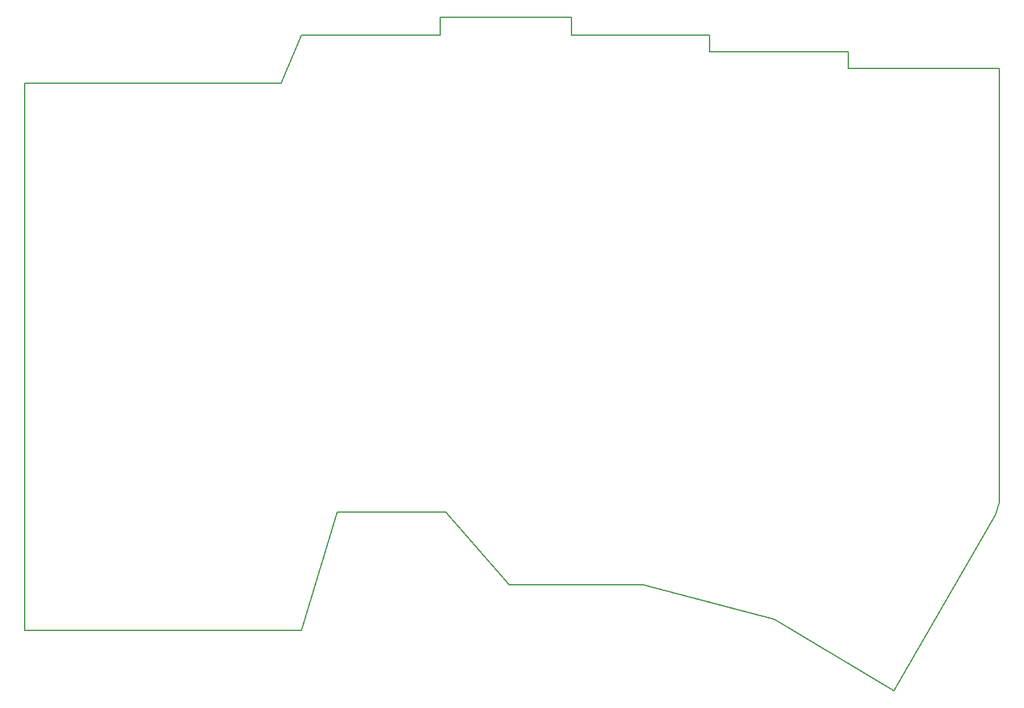
<source format=gbr>
%TF.GenerationSoftware,KiCad,Pcbnew,(5.1.6-0-10_14)*%
%TF.CreationDate,2020-07-07T23:00:58+09:00*%
%TF.ProjectId,corne-cherry,636f726e-652d-4636-9865-7272792e6b69,rev?*%
%TF.SameCoordinates,Original*%
%TF.FileFunction,Profile,NP*%
%FSLAX46Y46*%
G04 Gerber Fmt 4.6, Leading zero omitted, Abs format (unit mm)*
G04 Created by KiCad (PCBNEW (5.1.6-0-10_14)) date 2020-07-07 23:00:58*
%MOMM*%
%LPD*%
G01*
G04 APERTURE LIST*
%TA.AperFunction,Profile*%
%ADD10C,0.150000*%
%TD*%
G04 APERTURE END LIST*
D10*
X72200000Y-38750000D02*
X37400000Y-38750000D01*
X37400000Y-113950000D02*
X74400000Y-113950000D01*
X72600000Y-38750000D02*
X75400000Y-32150000D01*
X72200000Y-38750000D02*
X72600000Y-38750000D01*
X80300000Y-97750000D02*
X75400000Y-113950000D01*
X95200000Y-97750000D02*
X80300000Y-97750000D01*
X75400000Y-113950000D02*
X74400000Y-113950000D01*
X103900000Y-107750000D02*
X95200000Y-97750000D01*
X122300000Y-107750000D02*
X103900000Y-107750000D01*
X140300000Y-112450000D02*
X122300000Y-107750000D01*
X156700000Y-122250000D02*
X140300000Y-112450000D01*
X37400000Y-38750000D02*
X37400000Y-113950000D01*
X94400000Y-32150000D02*
X75400000Y-32150000D01*
X94400000Y-29750000D02*
X94400000Y-32150000D01*
X112500000Y-29750000D02*
X94400000Y-29750000D01*
X112500000Y-32150000D02*
X112500000Y-29750000D01*
X131400000Y-32150000D02*
X112500000Y-32150000D01*
X131400000Y-34450000D02*
X131400000Y-32150000D01*
X150500000Y-34450000D02*
X131400000Y-34450000D01*
X150500000Y-36750000D02*
X150500000Y-34450000D01*
X171200000Y-36750000D02*
X150500000Y-36750000D01*
X171200000Y-96350000D02*
X171200000Y-36750000D01*
X170700000Y-98050000D02*
X171200000Y-96350000D01*
X156700000Y-122250000D02*
X170700000Y-98050000D01*
M02*

</source>
